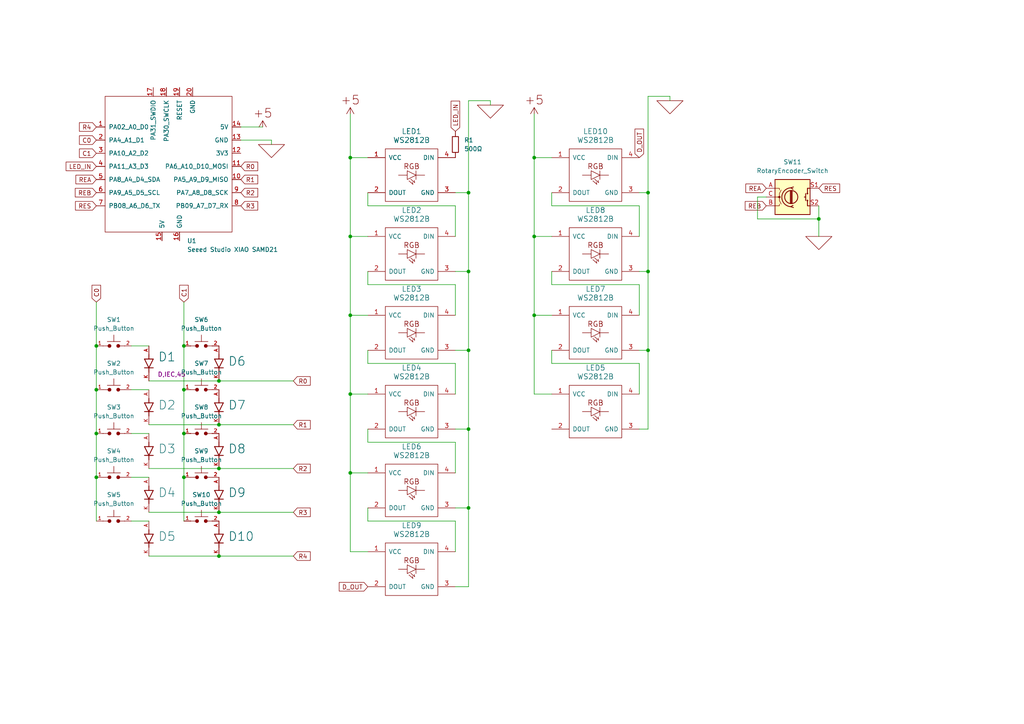
<source format=kicad_sch>
(kicad_sch (version 20231120) (generator "eeschema") (generator_version "8.0")
  (paper "A4")
  (lib_symbols
    (symbol "1N4148:1N4148" (pin_names (offset 1.016))
      (property "Reference" "D" (at -5.08 2.54 0))
      (property "Value" "1N4148" (at -5.08 -3.81 0))
      (symbol "1N4148_0_0"
        (polyline (pts (xy -2.54 0) (xy -1.27 0)) (stroke (width 0.254)))
        (polyline (pts (xy -1.27 -1.27) (xy 1.27 0)) (stroke (width 0.254)))
        (polyline (pts (xy -1.27 0) (xy -1.27 -1.27)) (stroke (width 0.254)))
        (polyline (pts (xy -1.27 1.27) (xy -1.27 0)) (stroke (width 0.254)))
        (polyline (pts (xy 1.27 0) (xy -1.27 1.27)) (stroke (width 0.254)))
        (polyline (pts (xy 1.27 0) (xy 1.27 -1.27)) (stroke (width 0.254)))
        (polyline (pts (xy 1.27 0) (xy 2.54 0)) (stroke (width 0.254)))
        (polyline (pts (xy 1.27 1.27) (xy 1.27 0)) (stroke (width 0.254)))
        (pin passive line (at -5.08 0 0) (length 2.54) (name "~") (number "A"))
        (pin passive line (at 5.08 0 180) (length 2.54) (name "~") (number "K"))
      )
    )
    (symbol "Device:RotaryEncoder_Switch" (pin_names (offset 0.254) hide)
      (property "Reference" "SW" (at 0 6.604 0))
      (property "Value" "RotaryEncoder_Switch" (at 0 -6.604 0))
      (symbol "RotaryEncoder_Switch_0_1"
        (rectangle (start -5.08 5.08) (end 5.08 -5.08) (stroke (width 0.254)) (fill (type background)))
        (circle (center -3.81 0) (radius 0.254) (fill (type outline)))
        (circle (center -0.381 0) (radius 1.905) (stroke (width 0.254)))
        (arc (start -0.381 2.667) (mid -3.0988 -0.0635) (end -0.381 -2.794) (stroke (width 0.254)))
        (polyline (pts (xy -0.635 -1.778) (xy -0.635 1.778)) (stroke (width 0.254)))
        (polyline (pts (xy -0.381 -1.778) (xy -0.381 1.778)) (stroke (width 0.254)))
        (polyline (pts (xy -0.127 1.778) (xy -0.127 -1.778)) (stroke (width 0.254)))
        (polyline (pts (xy 3.81 0) (xy 3.429 0)) (stroke (width 0.254)))
        (polyline (pts (xy 3.81 1.016) (xy 3.81 -1.016)) (stroke (width 0.254)))
        (polyline (pts (xy -5.08 -2.54) (xy -3.81 -2.54) (xy -3.81 -2.032)))
        (polyline (pts (xy -5.08 2.54) (xy -3.81 2.54) (xy -3.81 2.032)))
        (polyline (pts (xy 0.254 -3.048) (xy -0.508 -2.794) (xy 0.127 -2.413)) (stroke (width 0.254)))
        (polyline (pts (xy 0.254 2.921) (xy -0.508 2.667) (xy 0.127 2.286)) (stroke (width 0.254)))
        (polyline (pts (xy 5.08 -2.54) (xy 4.318 -2.54) (xy 4.318 -1.016)) (stroke (width 0.254)))
        (polyline (pts (xy 5.08 2.54) (xy 4.318 2.54) (xy 4.318 1.016)) (stroke (width 0.254)))
        (polyline (pts (xy -5.08 0) (xy -3.81 0) (xy -3.81 -1.016) (xy -3.302 -2.032)))
        (polyline (pts (xy -4.318 0) (xy -3.81 0) (xy -3.81 1.016) (xy -3.302 2.032)))
        (circle (center 4.318 -1.016) (radius 0.127) (stroke (width 0.254)))
        (circle (center 4.318 1.016) (radius 0.127) (stroke (width 0.254)))
      )
      (symbol "RotaryEncoder_Switch_1_1"
        (pin passive line (at -7.62 2.54 0) (length 2.54) (name "A") (number "A"))
        (pin passive line (at -7.62 -2.54 0) (length 2.54) (name "B") (number "B"))
        (pin passive line (at -7.62 0 0) (length 2.54) (name "C") (number "C"))
        (pin passive line (at 7.62 2.54 180) (length 2.54) (name "S1") (number "S1"))
        (pin passive line (at 7.62 -2.54 180) (length 2.54) (name "S2") (number "S2"))
      )
    )
    (symbol "PCM_Generic:P,+5" (power) (pin_numbers hide) (pin_names (offset 1.27) hide)
      (symbol "P,+5_1_1"
        (polyline (pts (xy 0 0) (xy 0 1.8288)))
        (polyline (pts (xy -1.0668 0) (xy 0 1.8288) (xy 1.0668 0)))
        (text "+5" (at 0 2.54 0) (effects (font (size 2.54 2.54)) (justify bottom)))
        (pin power_in line (at 0 0 0) (length 0) hide (name "+5") (number "0"))
      )
    )
    (symbol "PCM_Generic:P,GND" (power) (pin_numbers hide) (pin_names (offset 3.81))
      (symbol "P,GND_1_1"
        (polyline (pts (xy 0 -3.81) (xy 3.81 0) (xy -3.81 0) (xy 0 -3.81)))
        (pin power_in line (at 0 0 0) (length 0) hide (name "GND") (number "0"))
      )
    )
    (symbol "PCM_SL_Devices:Push_Button"
      (property "Reference" "SW" (at 0 6.35 0))
      (property "Value" "Push_Button" (at 0 4.445 0))
      (symbol "Push_Button_0_1"
        (circle (center -1.27 0) (radius 0.4579) (fill (type outline)))
        (polyline (pts (xy -3.175 0) (xy -1.778 0)))
        (polyline (pts (xy -1.905 1.27) (xy 1.905 1.27)))
        (polyline (pts (xy 0 1.27) (xy 0 3.175)))
        (polyline (pts (xy 1.778 0) (xy 3.175 0)))
        (circle (center 1.27 0) (radius 0.4579) (fill (type outline)))
      )
      (symbol "Push_Button_1_1"
        (pin passive line (at -5.08 0 0) (length 2) (name "") (number "1"))
        (pin passive line (at 5.08 0 180) (length 2) (name "") (number "2"))
      )
    )
    (symbol "PCM_SL_Resistors:Resistor"
      (property "Reference" "R" (at 0 5.08 0))
      (property "Value" "Resistor" (at 0 2.54 0))
      (symbol "Resistor_0_1"
        (rectangle (start -2.286 0.889) (end 2.286 -0.889) (stroke (width 0.24)))
      )
      (symbol "Resistor_1_1"
        (pin passive line (at -3.81 0 0) (length 1.5) (name "") (number "1"))
        (pin passive line (at 3.81 0 180) (length 1.5) (name "~") (number "2"))
      )
    )
    (symbol "Seeed_Studio_XIAO_Series:Seeed Studio XIAO SAMD21" (pin_names (offset 1.016))
      (property "Reference" "U" (at -19.05 22.86 0))
      (property "Value" "Seeed Studio XIAO SAMD21" (at -12.7 21.59 0))
      (symbol "Seeed Studio XIAO SAMD21_0_1"
        (rectangle (start -19.05 20.32) (end 17.78 -19.05))
      )
      (symbol "Seeed Studio XIAO SAMD21_1_1"
        (pin unspecified line (at -21.59 11.43 0) (length 2.54) (name "PA02_A0_D0") (number "1"))
        (pin unspecified line (at 20.32 -3.81 180) (length 2.54) (name "PA5_A9_D9_MISO") (number "10"))
        (pin unspecified line (at 20.32 0 180) (length 2.54) (name "PA6_A10_D10_MOSI") (number "11"))
        (pin unspecified line (at 20.32 3.81 180) (length 2.54) (name "3V3") (number "12"))
        (pin unspecified line (at 20.32 7.62 180) (length 2.54) (name "GND") (number "13"))
        (pin unspecified line (at 20.32 11.43 180) (length 2.54) (name "5V") (number "14"))
        (pin input line (at -2.54 -21.59 90) (length 2.54) (name "5V") (number "15"))
        (pin input line (at 2.54 -21.59 90) (length 2.54) (name "GND") (number "16"))
        (pin input line (at -5.08 22.86 270) (length 2.54) (name "PA31_SWDIO") (number "17"))
        (pin input line (at -1.27 22.86 270) (length 2.54) (name "PA30_SWCLK") (number "18"))
        (pin input line (at 2.54 22.86 270) (length 2.54) (name "RESET") (number "19"))
        (pin unspecified line (at -21.59 7.62 0) (length 2.54) (name "PA4_A1_D1") (number "2"))
        (pin input line (at 6.35 22.86 270) (length 2.54) (name "GND") (number "20"))
        (pin unspecified line (at -21.59 3.81 0) (length 2.54) (name "PA10_A2_D2") (number "3"))
        (pin unspecified line (at -21.59 0 0) (length 2.54) (name "PA11_A3_D3") (number "4"))
        (pin unspecified line (at -21.59 -3.81 0) (length 2.54) (name "PA8_A4_D4_SDA") (number "5"))
        (pin unspecified line (at -21.59 -7.62 0) (length 2.54) (name "PA9_A5_D5_SCL") (number "6"))
        (pin unspecified line (at -21.59 -11.43 0) (length 2.54) (name "PB08_A6_D6_TX") (number "7"))
        (pin unspecified line (at 20.32 -11.43 180) (length 2.54) (name "PB09_A7_D7_RX") (number "8"))
        (pin unspecified line (at 20.32 -7.62 180) (length 2.54) (name "PA7_A8_D8_SCK") (number "9"))
      )
    )
    (symbol "ws2812b:WS2812B" (pin_names (offset 1.016))
      (property "Reference" "LED" (at 0 -10.16 0))
      (property "Value" "WS2812B" (at 0 10.16 0))
      (symbol "WS2812B_0_0"
        (polyline (pts (xy -1.27 0) (xy -3.81 0)))
        (polyline (pts (xy -0.254 -1.143) (xy 0.889 -2.159)))
        (polyline (pts (xy 0.381 -2.667) (xy -0.762 -1.651)))
        (polyline (pts (xy 0.381 -2.667) (xy 0.254 -2.032)))
        (polyline (pts (xy 0.889 -2.159) (xy 0.762 -1.524)))
        (polyline (pts (xy 1.27 0) (xy 3.81 0)))
        (text "RGB" (at 0 2.54 0) (effects (font (size 1.524 1.524))))
      )
      (symbol "WS2812B_0_1"
        (rectangle (start -7.62 7.62) (end 7.62 -7.62))
        (polyline (pts (xy 1.27 0) (xy -1.27 1.27) (xy -1.27 -1.27) (xy 1.27 0) (xy 1.27 0)))
        (rectangle (start 1.27 1.27) (end 1.27 -1.27))
      )
      (symbol "WS2812B_1_1"
        (pin power_in line (at -12.7 5.08 0) (length 5.0038) (name "VCC") (number "1"))
        (pin output line (at -12.7 -5.08 0) (length 5.0038) (name "DOUT") (number "2"))
        (pin power_in line (at 12.7 -5.08 180) (length 5.0038) (name "GND") (number "3"))
        (pin input line (at 12.7 5.08 180) (length 5.0038) (name "DIN") (number "4"))
      )
    )
  )
  (junction (at 27.94 100.33))
  (junction (at 187.96 101.6))
  (junction (at 237.49 63.5))
  (junction (at 135.89 78.74))
  (junction (at 101.6 68.58))
  (junction (at 101.6 137.16))
  (junction (at 135.89 101.6))
  (junction (at 63.5 161.29))
  (junction (at 53.34 125.73))
  (junction (at 187.96 78.74))
  (junction (at 53.34 100.33))
  (junction (at 101.6 114.3))
  (junction (at 135.89 124.46))
  (junction (at 27.94 113.03))
  (junction (at 53.34 113.03))
  (junction (at 154.94 45.72))
  (junction (at 101.6 91.44))
  (junction (at 63.5 135.89))
  (junction (at 53.34 138.43))
  (junction (at 135.89 147.32))
  (junction (at 154.94 91.44))
  (junction (at 135.89 55.88))
  (junction (at 154.94 68.58))
  (junction (at 63.5 148.59))
  (junction (at 27.94 125.73))
  (junction (at 187.96 55.88))
  (junction (at 63.5 110.49))
  (junction (at 101.6 45.72))
  (junction (at 27.94 138.43))
  (junction (at 63.5 123.19))
  (wire (pts (xy 63.5 123.19) (xy 85.09 123.19)))
  (wire (pts (xy 135.89 78.74) (xy 135.89 101.6)))
  (wire (pts (xy 43.18 123.19) (xy 63.5 123.19)))
  (wire (pts (xy 154.94 91.44) (xy 160.02 91.44)))
  (wire (pts (xy 43.18 110.49) (xy 63.5 110.49)))
  (wire (pts (xy 101.6 91.44) (xy 101.6 114.3)))
  (wire (pts (xy 27.94 113.03) (xy 27.94 125.73)))
  (wire (pts (xy 43.18 148.59) (xy 63.5 148.59)))
  (wire (pts (xy 53.34 113.03) (xy 53.34 125.73)))
  (wire (pts (xy 135.89 170.18) (xy 132.08 170.18)))
  (wire (pts (xy 27.94 125.73) (xy 27.94 138.43)))
  (wire (pts (xy 135.89 124.46) (xy 135.89 147.32)))
  (wire (pts (xy 106.68 78.74) (xy 106.68 82.55)))
  (wire (pts (xy 132.08 101.6) (xy 135.89 101.6)))
  (wire (pts (xy 219.71 63.5) (xy 237.49 63.5)))
  (wire (pts (xy 187.96 27.94) (xy 187.96 55.88)))
  (wire (pts (xy 69.85 36.83) (xy 76.2 36.83)))
  (wire (pts (xy 63.5 135.89) (xy 85.09 135.89)))
  (wire (pts (xy 53.34 100.33) (xy 53.34 113.03)))
  (wire (pts (xy 53.34 125.73) (xy 53.34 138.43)))
  (wire (pts (xy 142.24 30.48) (xy 142.24 29.21)))
  (wire (pts (xy 154.94 33.02) (xy 154.94 45.72)))
  (wire (pts (xy 185.42 55.88) (xy 187.96 55.88)))
  (wire (pts (xy 106.68 147.32) (xy 106.68 151.13)))
  (wire (pts (xy 135.89 147.32) (xy 135.89 170.18)))
  (wire (pts (xy 160.02 82.55) (xy 185.42 82.55)))
  (wire (pts (xy 106.68 151.13) (xy 132.08 151.13)))
  (wire (pts (xy 27.94 138.43) (xy 27.94 151.13)))
  (wire (pts (xy 237.49 63.5) (xy 237.49 68.58)))
  (wire (pts (xy 27.94 100.33) (xy 27.94 113.03)))
  (wire (pts (xy 185.42 78.74) (xy 187.96 78.74)))
  (wire (pts (xy 106.68 59.69) (xy 132.08 59.69)))
  (wire (pts (xy 101.6 45.72) (xy 101.6 68.58)))
  (wire (pts (xy 101.6 91.44) (xy 106.68 91.44)))
  (wire (pts (xy 38.1 151.13) (xy 43.18 151.13)))
  (wire (pts (xy 154.94 68.58) (xy 160.02 68.58)))
  (wire (pts (xy 160.02 101.6) (xy 160.02 105.41)))
  (wire (pts (xy 185.42 59.69) (xy 185.42 68.58)))
  (wire (pts (xy 53.34 138.43) (xy 53.34 151.13)))
  (wire (pts (xy 135.89 55.88) (xy 132.08 55.88)))
  (wire (pts (xy 132.08 82.55) (xy 132.08 91.44)))
  (wire (pts (xy 194.31 29.21) (xy 194.31 27.94)))
  (wire (pts (xy 187.96 124.46) (xy 185.42 124.46)))
  (wire (pts (xy 101.6 114.3) (xy 106.68 114.3)))
  (wire (pts (xy 78.74 40.64) (xy 78.74 41.91)))
  (wire (pts (xy 187.96 55.88) (xy 187.96 78.74)))
  (wire (pts (xy 101.6 68.58) (xy 106.68 68.58)))
  (wire (pts (xy 219.71 57.15) (xy 219.71 63.5)))
  (wire (pts (xy 106.68 105.41) (xy 132.08 105.41)))
  (wire (pts (xy 185.42 82.55) (xy 185.42 91.44)))
  (wire (pts (xy 132.08 105.41) (xy 132.08 114.3)))
  (wire (pts (xy 135.89 29.21) (xy 135.89 55.88)))
  (wire (pts (xy 63.5 110.49) (xy 85.09 110.49)))
  (wire (pts (xy 101.6 137.16) (xy 101.6 160.02)))
  (wire (pts (xy 38.1 138.43) (xy 43.18 138.43)))
  (wire (pts (xy 187.96 78.74) (xy 187.96 101.6)))
  (wire (pts (xy 132.08 124.46) (xy 135.89 124.46)))
  (wire (pts (xy 101.6 160.02) (xy 106.68 160.02)))
  (wire (pts (xy 63.5 148.59) (xy 85.09 148.59)))
  (wire (pts (xy 38.1 113.03) (xy 43.18 113.03)))
  (wire (pts (xy 69.85 40.64) (xy 78.74 40.64)))
  (wire (pts (xy 194.31 27.94) (xy 187.96 27.94)))
  (wire (pts (xy 27.94 87.63) (xy 27.94 100.33)))
  (wire (pts (xy 187.96 101.6) (xy 187.96 124.46)))
  (wire (pts (xy 106.68 101.6) (xy 106.68 105.41)))
  (wire (pts (xy 154.94 91.44) (xy 154.94 114.3)))
  (wire (pts (xy 38.1 100.33) (xy 43.18 100.33)))
  (wire (pts (xy 106.68 128.27) (xy 132.08 128.27)))
  (wire (pts (xy 101.6 114.3) (xy 101.6 137.16)))
  (wire (pts (xy 101.6 33.02) (xy 101.6 45.72)))
  (wire (pts (xy 132.08 128.27) (xy 132.08 137.16)))
  (wire (pts (xy 63.5 161.29) (xy 85.09 161.29)))
  (wire (pts (xy 101.6 45.72) (xy 106.68 45.72)))
  (wire (pts (xy 132.08 59.69) (xy 132.08 68.58)))
  (wire (pts (xy 132.08 147.32) (xy 135.89 147.32)))
  (wire (pts (xy 237.49 59.69) (xy 237.49 63.5)))
  (wire (pts (xy 135.89 101.6) (xy 135.89 124.46)))
  (wire (pts (xy 132.08 151.13) (xy 132.08 160.02)))
  (wire (pts (xy 160.02 55.88) (xy 160.02 59.69)))
  (wire (pts (xy 160.02 78.74) (xy 160.02 82.55)))
  (wire (pts (xy 185.42 105.41) (xy 185.42 114.3)))
  (wire (pts (xy 135.89 29.21) (xy 142.24 29.21)))
  (wire (pts (xy 106.68 55.88) (xy 106.68 59.69)))
  (wire (pts (xy 222.25 57.15) (xy 219.71 57.15)))
  (wire (pts (xy 38.1 125.73) (xy 43.18 125.73)))
  (wire (pts (xy 101.6 68.58) (xy 101.6 91.44)))
  (wire (pts (xy 160.02 45.72) (xy 154.94 45.72)))
  (wire (pts (xy 43.18 135.89) (xy 63.5 135.89)))
  (wire (pts (xy 53.34 87.63) (xy 53.34 100.33)))
  (wire (pts (xy 43.18 161.29) (xy 63.5 161.29)))
  (wire (pts (xy 154.94 68.58) (xy 154.94 91.44)))
  (wire (pts (xy 106.68 124.46) (xy 106.68 128.27)))
  (wire (pts (xy 185.42 101.6) (xy 187.96 101.6)))
  (wire (pts (xy 106.68 82.55) (xy 132.08 82.55)))
  (wire (pts (xy 160.02 105.41) (xy 185.42 105.41)))
  (wire (pts (xy 101.6 137.16) (xy 106.68 137.16)))
  (wire (pts (xy 154.94 114.3) (xy 160.02 114.3)))
  (wire (pts (xy 135.89 55.88) (xy 135.89 78.74)))
  (wire (pts (xy 132.08 78.74) (xy 135.89 78.74)))
  (wire (pts (xy 154.94 45.72) (xy 154.94 68.58)))
  (wire (pts (xy 160.02 59.69) (xy 185.42 59.69)))
  (global_label "LED_IN" (shape input) (at 27.94 48.26 180) (property "Intersheetrefs" "${INTERSHEET_REFS}" (effects (hide yes))))
  (global_label "C1" (shape input) (at 53.34 87.63 90) (property "Intersheetrefs" "${INTERSHEET_REFS}" (effects (hide yes))))
  (global_label "D_OUT" (shape input) (at 106.68 170.18 180) (property "Intersheetrefs" "${INTERSHEET_REFS}" (effects (hide yes))))
  (global_label "R2" (shape input) (at 69.85 55.88 0) (property "Intersheetrefs" "${INTERSHEET_REFS}" (effects (hide yes))))
  (global_label "D_OUT" (shape input) (at 185.42 45.72 90) (property "Intersheetrefs" "${INTERSHEET_REFS}" (effects (hide yes))))
  (global_label "RES" (shape input) (at 27.94 59.69 180) (property "Intersheetrefs" "${INTERSHEET_REFS}" (effects (hide yes))))
  (global_label "R2" (shape input) (at 85.09 135.89 0) (property "Intersheetrefs" "${INTERSHEET_REFS}" (effects (hide yes))))
  (global_label "R1" (shape input) (at 69.85 52.07 0) (property "Intersheetrefs" "${INTERSHEET_REFS}" (effects (hide yes))))
  (global_label "C1" (shape input) (at 27.94 44.45 180) (property "Intersheetrefs" "${INTERSHEET_REFS}" (effects (hide yes))))
  (global_label "R3" (shape input) (at 69.85 59.69 0) (property "Intersheetrefs" "${INTERSHEET_REFS}" (effects (hide yes))))
  (global_label "R0" (shape input) (at 69.85 48.26 0) (property "Intersheetrefs" "${INTERSHEET_REFS}" (effects (hide yes))))
  (global_label "R1" (shape input) (at 85.09 123.19 0) (property "Intersheetrefs" "${INTERSHEET_REFS}" (effects (hide yes))))
  (global_label "R0" (shape input) (at 85.09 110.49 0) (property "Intersheetrefs" "${INTERSHEET_REFS}" (effects (hide yes))))
  (global_label "REA" (shape input) (at 27.94 52.07 180) (property "Intersheetrefs" "${INTERSHEET_REFS}" (effects (hide yes))))
  (global_label "R3" (shape input) (at 85.09 148.59 0) (property "Intersheetrefs" "${INTERSHEET_REFS}" (effects (hide yes))))
  (global_label "REB" (shape input) (at 222.25 59.69 180) (property "Intersheetrefs" "${INTERSHEET_REFS}" (effects (hide yes))))
  (global_label "RES" (shape input) (at 237.49 54.61 0) (property "Intersheetrefs" "${INTERSHEET_REFS}" (effects (hide yes))))
  (global_label "LED_IN" (shape input) (at 132.08 38.1 90) (property "Intersheetrefs" "${INTERSHEET_REFS}" (effects (hide yes))))
  (global_label "REA" (shape input) (at 222.25 54.61 180) (property "Intersheetrefs" "${INTERSHEET_REFS}" (effects (hide yes))))
  (global_label "C0" (shape input) (at 27.94 40.64 180) (property "Intersheetrefs" "${INTERSHEET_REFS}" (effects (hide yes))))
  (global_label "R4" (shape input) (at 27.94 36.83 180) (property "Intersheetrefs" "${INTERSHEET_REFS}" (effects (hide yes))))
  (global_label "C0" (shape input) (at 27.94 87.63 90) (property "Intersheetrefs" "${INTERSHEET_REFS}" (effects (hide yes))))
  (global_label "REB" (shape input) (at 27.94 55.88 180) (property "Intersheetrefs" "${INTERSHEET_REFS}" (effects (hide yes))))
  (global_label "R4" (shape input) (at 85.09 161.29 0) (property "Intersheetrefs" "${INTERSHEET_REFS}" (effects (hide yes))))
  (symbol (lib_id "PCM_Generic:P,GND") (at 142.24 30.48 0) (unit 1)
    (property "Reference" "#PWR04" (effects (hide yes)))
    (property "Value" "P,GND" (effects (hide yes)))
    (property "Description" "compatibility ground/earth; protective (equipotential) bonding (PB); equipotentiality" (effects (hide yes)))
  )
  (symbol (lib_id "1N4148:1N4148") (at 63.5 156.21 270) (unit 1)
    (property "Reference" "D10" (at 66.04 155.5749 90) (effects (font (size 2.54 2.54)) (justify left)))
    (property "Value" "${SIM.PARAMS}" (at 66.04 158.7499 90) (effects (font (size 2.54 2.54)) (justify left)))
    (property "Footprint" "diode:DIODE-1N4148" (effects (hide yes)))
    (property "Description" "semiconductor diode (IEC, rotated 45°)" (effects (hide yes)))
    (property "Field-1" "SPICE" (effects (hide yes)))
    (property "MF" "onsemi" (effects (hide yes)))
    (property "MAXIMUM_PACKAGE_HEIGHT" "1.91mm" (effects (hide yes)))
    (property "Package" "AXIAL LEAD-2 ON Semiconductor" (effects (hide yes)))
    (property "Price" "None" (effects (hide yes)))
    (property "Check_prices" "https://www.snapeda.com/parts/1N4148/Onsemi/view-part/?ref=eda" (effects (hide yes)))
    (property "STANDARD" "IPC-7351B" (effects (hide yes)))
    (property "PARTREV" "5" (effects (hide yes)))
    (property "SnapEDA_Link" "https://www.snapeda.com/parts/1N4148/Onsemi/view-part/?ref=snap" (effects (hide yes)))
    (property "MP" "1N4148" (effects (hide yes)))
    (property "Purchase-URL" "https://www.snapeda.com/api/url_track_click_mouser/?unipart_id=6591148&manufacturer=onsemi&part_name=1N4148&search_term=None" (effects (hide yes)))
    (property "Description_1" "\nDiode Standard 75V 200mA Surface Mount SOD-523F\n" (effects (hide yes)))
    (property "Availability" "In Stock" (effects (hide yes)))
    (property "MANUFACTURER" "Onsemi" (effects (hide yes)))
  )
  (symbol (lib_id "ws2812b:WS2812B") (at 172.72 119.38 0) (unit 1)
    (property "Reference" "LED5" (at 172.72 106.68 0) (effects (font (size 1.524 1.524))))
    (property "Value" "WS2812B" (at 172.72 109.22 0) (effects (font (size 1.524 1.524))))
    (property "Footprint" "SK6812-E:LED_SK6812-E" (effects (hide yes)))
    (property "Description" "RGB LED with integrated controller" (effects (hide yes)))
  )
  (symbol (lib_id "1N4148:1N4148") (at 43.18 156.21 270) (unit 1)
    (property "Reference" "D5" (at 45.72 155.5749 90) (effects (font (size 2.54 2.54)) (justify left)))
    (property "Value" "${SIM.PARAMS}" (at 45.72 158.7499 90) (effects (font (size 2.54 2.54)) (justify left)))
    (property "Footprint" "diode:DIODE-1N4148" (effects (hide yes)))
    (property "Description" "semiconductor diode (IEC, rotated 45°)" (effects (hide yes)))
    (property "Field-1" "SPICE" (effects (hide yes)))
    (property "MF" "onsemi" (effects (hide yes)))
    (property "MAXIMUM_PACKAGE_HEIGHT" "1.91mm" (effects (hide yes)))
    (property "Package" "AXIAL LEAD-2 ON Semiconductor" (effects (hide yes)))
    (property "Price" "None" (effects (hide yes)))
    (property "Check_prices" "https://www.snapeda.com/parts/1N4148/Onsemi/view-part/?ref=eda" (effects (hide yes)))
    (property "STANDARD" "IPC-7351B" (effects (hide yes)))
    (property "PARTREV" "5" (effects (hide yes)))
    (property "SnapEDA_Link" "https://www.snapeda.com/parts/1N4148/Onsemi/view-part/?ref=snap" (effects (hide yes)))
    (property "MP" "1N4148" (effects (hide yes)))
    (property "Purchase-URL" "https://www.snapeda.com/api/url_track_click_mouser/?unipart_id=6591148&manufacturer=onsemi&part_name=1N4148&search_term=None" (effects (hide yes)))
    (property "Description_1" "\nDiode Standard 75V 200mA Surface Mount SOD-523F\n" (effects (hide yes)))
    (property "Availability" "In Stock" (effects (hide yes)))
    (property "MANUFACTURER" "Onsemi" (effects (hide yes)))
  )
  (symbol (lib_id "PCM_Generic:P,GND") (at 194.31 29.21 0) (unit 1)
    (property "Reference" "#PWR05" (effects (hide yes)))
    (property "Value" "P,GND" (effects (hide yes)))
    (property "Description" "compatibility ground/earth; protective (equipotential) bonding (PB); equipotentiality" (effects (hide yes)))
  )
  (symbol (lib_id "ws2812b:WS2812B") (at 119.38 165.1 0) (unit 1)
    (property "Reference" "LED9" (at 119.38 152.4 0) (effects (font (size 1.524 1.524))))
    (property "Value" "WS2812B" (at 119.38 154.94 0) (effects (font (size 1.524 1.524))))
    (property "Footprint" "SK6812-E:LED_SK6812-E" (effects (hide yes)))
    (property "Description" "RGB LED with integrated controller" (effects (hide yes)))
  )
  (symbol (lib_id "PCM_Generic:P,GND") (at 78.74 41.91 0) (unit 1)
    (property "Reference" "#PWR01" (effects (hide yes)))
    (property "Value" "P,GND" (effects (hide yes)))
    (property "Description" "compatibility ground/earth; protective (equipotential) bonding (PB); equipotentiality" (effects (hide yes)))
  )
  (symbol (lib_id "Device:RotaryEncoder_Switch") (at 229.87 57.15 0) (unit 1)
    (property "Reference" "SW11" (at 229.87 46.99 0))
    (property "Value" "RotaryEncoder_Switch" (at 229.87 49.53 0))
    (property "Footprint" "Rotary_Encoder:RotaryEncoder_Alps_EC11E-Switch_Vertical_H20mm" (effects (hide yes)))
    (property "Description" "Rotary encoder, dual channel, incremental quadrate outputs, with switch" (effects (hide yes)))
  )
  (symbol (lib_id "1N4148:1N4148") (at 43.18 118.11 270) (unit 1)
    (property "Reference" "D2" (at 45.72 117.4749 90) (effects (font (size 2.54 2.54)) (justify left)))
    (property "Value" "${SIM.PARAMS}" (at 45.72 120.6499 90) (effects (font (size 2.54 2.54)) (justify left)))
    (property "Footprint" "diode:DIODE-1N4148" (effects (hide yes)))
    (property "Description" "semiconductor diode (IEC, rotated 45°)" (effects (hide yes)))
    (property "Field-1" "SPICE" (effects (hide yes)))
    (property "MF" "onsemi" (effects (hide yes)))
    (property "MAXIMUM_PACKAGE_HEIGHT" "1.91mm" (effects (hide yes)))
    (property "Package" "AXIAL LEAD-2 ON Semiconductor" (effects (hide yes)))
    (property "Price" "None" (effects (hide yes)))
    (property "Check_prices" "https://www.snapeda.com/parts/1N4148/Onsemi/view-part/?ref=eda" (effects (hide yes)))
    (property "STANDARD" "IPC-7351B" (effects (hide yes)))
    (property "PARTREV" "5" (effects (hide yes)))
    (property "SnapEDA_Link" "https://www.snapeda.com/parts/1N4148/Onsemi/view-part/?ref=snap" (effects (hide yes)))
    (property "MP" "1N4148" (effects (hide yes)))
    (property "Purchase-URL" "https://www.snapeda.com/api/url_track_click_mouser/?unipart_id=6591148&manufacturer=onsemi&part_name=1N4148&search_term=None" (effects (hide yes)))
    (property "Description_1" "\nDiode Standard 75V 200mA Surface Mount SOD-523F\n" (effects (hide yes)))
    (property "Availability" "In Stock" (effects (hide yes)))
    (property "MANUFACTURER" "Onsemi" (effects (hide yes)))
  )
  (symbol (lib_id "PCM_Generic:P,+5") (at 101.6 33.02 0) (unit 1)
    (property "Reference" "#PWR03" (effects (hide yes)))
    (property "Value" "P,+5" (effects (hide yes)))
    (property "Description" "+5 positive potential/voltage (global DC power supply node)" (effects (hide yes)))
  )
  (symbol (lib_id "PCM_SL_Resistors:Resistor") (at 132.08 41.91 270) (unit 1)
    (property "Reference" "R1" (at 134.62 40.6399 90) (effects (justify left)))
    (property "Value" "500Ω" (at 134.62 43.1799 90) (effects (justify left)))
    (property "Footprint" "Resistor_THT:R_Axial_DIN0207_L6.3mm_D2.5mm_P10.16mm_Horizontal" (effects (hide yes)))
    (property "Description" "1/4W Resistor" (effects (hide yes)))
  )
  (symbol (lib_id "1N4148:1N4148") (at 63.5 143.51 270) (unit 1)
    (property "Reference" "D9" (at 66.04 142.8749 90) (effects (font (size 2.54 2.54)) (justify left)))
    (property "Value" "${SIM.PARAMS}" (at 66.04 146.0499 90) (effects (font (size 2.54 2.54)) (justify left)))
    (property "Footprint" "diode:DIODE-1N4148" (effects (hide yes)))
    (property "Description" "semiconductor diode (IEC, rotated 45°)" (effects (hide yes)))
    (property "Field-1" "SPICE" (effects (hide yes)))
    (property "MF" "onsemi" (effects (hide yes)))
    (property "MAXIMUM_PACKAGE_HEIGHT" "1.91mm" (effects (hide yes)))
    (property "Package" "AXIAL LEAD-2 ON Semiconductor" (effects (hide yes)))
    (property "Price" "None" (effects (hide yes)))
    (property "Check_prices" "https://www.snapeda.com/parts/1N4148/Onsemi/view-part/?ref=eda" (effects (hide yes)))
    (property "STANDARD" "IPC-7351B" (effects (hide yes)))
    (property "PARTREV" "5" (effects (hide yes)))
    (property "SnapEDA_Link" "https://www.snapeda.com/parts/1N4148/Onsemi/view-part/?ref=snap" (effects (hide yes)))
    (property "MP" "1N4148" (effects (hide yes)))
    (property "Purchase-URL" "https://www.snapeda.com/api/url_track_click_mouser/?unipart_id=6591148&manufacturer=onsemi&part_name=1N4148&search_term=None" (effects (hide yes)))
    (property "Description_1" "\nDiode Standard 75V 200mA Surface Mount SOD-523F\n" (effects (hide yes)))
    (property "Availability" "In Stock" (effects (hide yes)))
    (property "MANUFACTURER" "Onsemi" (effects (hide yes)))
  )
  (symbol (lib_id "PCM_SL_Devices:Push_Button") (at 33.02 125.73 0) (unit 1)
    (property "Reference" "SW3" (at 33.02 118.11 0))
    (property "Value" "Push_Button" (at 33.02 120.65 0))
    (property "Footprint" "PCM_Switch_Keyboard_Cherry_MX:SW_Cherry_MX_PCB_1.00u" (effects (hide yes)))
    (property "Description" "Common 6mmx6mm Push Button" (effects (hide yes)))
  )
  (symbol (lib_id "PCM_SL_Devices:Push_Button") (at 58.42 100.33 0) (unit 1)
    (property "Reference" "SW6" (at 58.42 92.71 0))
    (property "Value" "Push_Button" (at 58.42 95.25 0))
    (property "Footprint" "PCM_Switch_Keyboard_Cherry_MX:SW_Cherry_MX_PCB_1.00u" (effects (hide yes)))
    (property "Description" "Common 6mmx6mm Push Button" (effects (hide yes)))
  )
  (symbol (lib_id "Seeed_Studio_XIAO_Series:Seeed Studio XIAO SAMD21") (at 49.53 48.26 0) (unit 1)
    (property "Reference" "U1" (at 54.2641 69.85 0) (effects (justify left)))
    (property "Value" "Seeed Studio XIAO SAMD21" (at 54.2641 72.39 0) (effects (justify left)))
    (property "Footprint" "Seeed Studio XIAO Series Library:XIAO-Generic-Thruhole-14P-2.54-21X17.8MM" (effects (hide yes)))
  )
  (symbol (lib_id "1N4148:1N4148") (at 63.5 118.11 270) (unit 1)
    (property "Reference" "D7" (at 66.04 117.4749 90) (effects (font (size 2.54 2.54)) (justify left)))
    (property "Value" "${SIM.PARAMS}" (at 66.04 120.6499 90) (effects (font (size 2.54 2.54)) (justify left)))
    (property "Footprint" "diode:DIODE-1N4148" (effects (hide yes)))
    (property "Description" "semiconductor diode (IEC, rotated 45°)" (effects (hide yes)))
    (property "Field-1" "SPICE" (effects (hide yes)))
    (property "MF" "onsemi" (effects (hide yes)))
    (property "MAXIMUM_PACKAGE_HEIGHT" "1.91mm" (effects (hide yes)))
    (property "Package" "AXIAL LEAD-2 ON Semiconductor" (effects (hide yes)))
    (property "Price" "None" (effects (hide yes)))
    (property "Check_prices" "https://www.snapeda.com/parts/1N4148/Onsemi/view-part/?ref=eda" (effects (hide yes)))
    (property "STANDARD" "IPC-7351B" (effects (hide yes)))
    (property "PARTREV" "5" (effects (hide yes)))
    (property "SnapEDA_Link" "https://www.snapeda.com/parts/1N4148/Onsemi/view-part/?ref=snap" (effects (hide yes)))
    (property "MP" "1N4148" (effects (hide yes)))
    (property "Purchase-URL" "https://www.snapeda.com/api/url_track_click_mouser/?unipart_id=6591148&manufacturer=onsemi&part_name=1N4148&search_term=None" (effects (hide yes)))
    (property "Description_1" "\nDiode Standard 75V 200mA Surface Mount SOD-523F\n" (effects (hide yes)))
    (property "Availability" "In Stock" (effects (hide yes)))
    (property "MANUFACTURER" "Onsemi" (effects (hide yes)))
  )
  (symbol (lib_id "PCM_Generic:P,GND") (at 237.49 68.58 0) (unit 1)
    (property "Reference" "#PWR07" (effects (hide yes)))
    (property "Value" "P,GND" (effects (hide yes)))
    (property "Description" "compatibility ground/earth; protective (equipotential) bonding (PB); equipotentiality" (effects (hide yes)))
  )
  (symbol (lib_id "PCM_SL_Devices:Push_Button") (at 33.02 138.43 0) (unit 1)
    (property "Reference" "SW4" (at 33.02 130.81 0))
    (property "Value" "Push_Button" (at 33.02 133.35 0))
    (property "Footprint" "PCM_Switch_Keyboard_Cherry_MX:SW_Cherry_MX_PCB_1.00u" (effects (hide yes)))
    (property "Description" "Common 6mmx6mm Push Button" (effects (hide yes)))
  )
  (symbol (lib_id "PCM_SL_Devices:Push_Button") (at 58.42 125.73 0) (unit 1)
    (property "Reference" "SW8" (at 58.42 118.11 0))
    (property "Value" "Push_Button" (at 58.42 120.65 0))
    (property "Footprint" "PCM_Switch_Keyboard_Cherry_MX:SW_Cherry_MX_PCB_1.00u" (effects (hide yes)))
    (property "Description" "Common 6mmx6mm Push Button" (effects (hide yes)))
  )
  (symbol (lib_id "PCM_SL_Devices:Push_Button") (at 33.02 100.33 0) (unit 1)
    (property "Reference" "SW1" (at 33.02 92.71 0))
    (property "Value" "Push_Button" (at 33.02 95.25 0))
    (property "Footprint" "PCM_Switch_Keyboard_Cherry_MX:SW_Cherry_MX_PCB_1.00u" (effects (hide yes)))
    (property "Description" "Common 6mmx6mm Push Button" (effects (hide yes)))
  )
  (symbol (lib_id "PCM_Generic:P,+5") (at 154.94 33.02 0) (unit 1)
    (property "Reference" "#PWR06" (effects (hide yes)))
    (property "Value" "P,+5" (effects (hide yes)))
    (property "Description" "+5 positive potential/voltage (global DC power supply node)" (effects (hide yes)))
  )
  (symbol (lib_id "ws2812b:WS2812B") (at 119.38 96.52 0) (unit 1)
    (property "Reference" "LED3" (at 119.38 83.82 0) (effects (font (size 1.524 1.524))))
    (property "Value" "WS2812B" (at 119.38 86.36 0) (effects (font (size 1.524 1.524))))
    (property "Footprint" "SK6812-E:LED_SK6812-E" (effects (hide yes)))
    (property "Description" "RGB LED with integrated controller" (effects (hide yes)))
  )
  (symbol (lib_id "PCM_SL_Devices:Push_Button") (at 58.42 113.03 0) (unit 1)
    (property "Reference" "SW7" (at 58.42 105.41 0))
    (property "Value" "Push_Button" (at 58.42 107.95 0))
    (property "Footprint" "PCM_Switch_Keyboard_Cherry_MX:SW_Cherry_MX_PCB_1.00u" (effects (hide yes)))
    (property "Description" "Common 6mmx6mm Push Button" (effects (hide yes)))
  )
  (symbol (lib_id "PCM_SL_Devices:Push_Button") (at 33.02 113.03 0) (unit 1)
    (property "Reference" "SW2" (at 33.02 105.41 0))
    (property "Value" "Push_Button" (at 33.02 107.95 0))
    (property "Footprint" "PCM_Switch_Keyboard_Cherry_MX:SW_Cherry_MX_PCB_1.00u" (effects (hide yes)))
    (property "Description" "Common 6mmx6mm Push Button" (effects (hide yes)))
  )
  (symbol (lib_id "1N4148:1N4148") (at 43.18 143.51 270) (unit 1)
    (property "Reference" "D4" (at 45.72 142.8749 90) (effects (font (size 2.54 2.54)) (justify left)))
    (property "Value" "${SIM.PARAMS}" (at 45.72 146.0499 90) (effects (font (size 2.54 2.54)) (justify left)))
    (property "Footprint" "diode:DIODE-1N4148" (effects (hide yes)))
    (property "Description" "semiconductor diode (IEC, rotated 45°)" (effects (hide yes)))
    (property "Field-1" "SPICE" (effects (hide yes)))
    (property "MF" "onsemi" (effects (hide yes)))
    (property "MAXIMUM_PACKAGE_HEIGHT" "1.91mm" (effects (hide yes)))
    (property "Package" "AXIAL LEAD-2 ON Semiconductor" (effects (hide yes)))
    (property "Price" "None" (effects (hide yes)))
    (property "Check_prices" "https://www.snapeda.com/parts/1N4148/Onsemi/view-part/?ref=eda" (effects (hide yes)))
    (property "STANDARD" "IPC-7351B" (effects (hide yes)))
    (property "PARTREV" "5" (effects (hide yes)))
    (property "SnapEDA_Link" "https://www.snapeda.com/parts/1N4148/Onsemi/view-part/?ref=snap" (effects (hide yes)))
    (property "MP" "1N4148" (effects (hide yes)))
    (property "Purchase-URL" "https://www.snapeda.com/api/url_track_click_mouser/?unipart_id=6591148&manufacturer=onsemi&part_name=1N4148&search_term=None" (effects (hide yes)))
    (property "Description_1" "\nDiode Standard 75V 200mA Surface Mount SOD-523F\n" (effects (hide yes)))
    (property "Availability" "In Stock" (effects (hide yes)))
    (property "MANUFACTURER" "Onsemi" (effects (hide yes)))
  )
  (symbol (lib_id "ws2812b:WS2812B") (at 119.38 142.24 0) (unit 1)
    (property "Reference" "LED6" (at 119.38 129.54 0) (effects (font (size 1.524 1.524))))
    (property "Value" "WS2812B" (at 119.38 132.08 0) (effects (font (size 1.524 1.524))))
    (property "Footprint" "SK6812-E:LED_SK6812-E" (effects (hide yes)))
    (property "Description" "RGB LED with integrated controller" (effects (hide yes)))
  )
  (symbol (lib_id "PCM_SL_Devices:Push_Button") (at 33.02 151.13 0) (unit 1)
    (property "Reference" "SW5" (at 33.02 143.51 0))
    (property "Value" "Push_Button" (at 33.02 146.05 0))
    (property "Footprint" "PCM_Switch_Keyboard_Cherry_MX:SW_Cherry_MX_PCB_1.00u" (effects (hide yes)))
    (property "Description" "Common 6mmx6mm Push Button" (effects (hide yes)))
  )
  (symbol (lib_id "PCM_SL_Devices:Push_Button") (at 58.42 138.43 0) (unit 1)
    (property "Reference" "SW9" (at 58.42 130.81 0))
    (property "Value" "Push_Button" (at 58.42 133.35 0))
    (property "Footprint" "PCM_Switch_Keyboard_Cherry_MX:SW_Cherry_MX_PCB_1.00u" (effects (hide yes)))
    (property "Description" "Common 6mmx6mm Push Button" (effects (hide yes)))
  )
  (symbol (lib_id "1N4148:1N4148") (at 43.18 105.41 270) (unit 1)
    (property "Reference" "D1" (at 45.72 103.5049 90) (effects (font (size 2.54 2.54)) (justify left)))
    (property "Value" "${SIM.PARAMS}" (at 45.72 106.6799 90) (effects (font (size 2.54 2.54)) (justify left)))
    (property "Footprint" "diode:DIODE-1N4148" (effects (hide yes)))
    (property "Description" "semiconductor diode (IEC, rotated 45°)" (effects (hide yes)))
    (property "Field-1" "2=1 1=2" (effects (hide yes)))
    (property "Field-1" "2=1 1=2" (effects (hide yes)))
    (property "Field-1" "D,IEC,45" (at 45.72 108.5849 90) (effects (justify left)))
    (property "Field-1" "SPICE" (effects (hide yes)))
    (property "MF" "onsemi" (effects (hide yes)))
    (property "MAXIMUM_PACKAGE_HEIGHT" "1.91mm" (effects (hide yes)))
    (property "Package" "AXIAL LEAD-2 ON Semiconductor" (effects (hide yes)))
    (property "Price" "None" (effects (hide yes)))
    (property "Check_prices" "https://www.snapeda.com/parts/1N4148/Onsemi/view-part/?ref=eda" (effects (hide yes)))
    (property "STANDARD" "IPC-7351B" (effects (hide yes)))
    (property "PARTREV" "5" (effects (hide yes)))
    (property "SnapEDA_Link" "https://www.snapeda.com/parts/1N4148/Onsemi/view-part/?ref=snap" (effects (hide yes)))
    (property "MP" "1N4148" (effects (hide yes)))
    (property "Purchase-URL" "https://www.snapeda.com/api/url_track_click_mouser/?unipart_id=6591148&manufacturer=onsemi&part_name=1N4148&search_term=None" (effects (hide yes)))
    (property "Description_1" "\nDiode Standard 75V 200mA Surface Mount SOD-523F\n" (effects (hide yes)))
    (property "Availability" "In Stock" (effects (hide yes)))
    (property "MANUFACTURER" "Onsemi" (effects (hide yes)))
  )
  (symbol (lib_id "1N4148:1N4148") (at 63.5 105.41 270) (unit 1)
    (property "Reference" "D6" (at 66.04 104.7749 90) (effects (font (size 2.54 2.54)) (justify left)))
    (property "Value" "${SIM.PARAMS}" (at 66.04 107.9499 90) (effects (font (size 2.54 2.54)) (justify left)))
    (property "Footprint" "diode:DIODE-1N4148" (effects (hide yes)))
    (property "Description" "semiconductor diode (IEC, rotated 45°)" (effects (hide yes)))
    (property "Field-1" "SPICE" (effects (hide yes)))
    (property "MF" "onsemi" (effects (hide yes)))
    (property "MAXIMUM_PACKAGE_HEIGHT" "1.91mm" (effects (hide yes)))
    (property "Package" "AXIAL LEAD-2 ON Semiconductor" (effects (hide yes)))
    (property "Price" "None" (effects (hide yes)))
    (property "Check_prices" "https://www.snapeda.com/parts/1N4148/Onsemi/view-part/?ref=eda" (effects (hide yes)))
    (property "STANDARD" "IPC-7351B" (effects (hide yes)))
    (property "PARTREV" "5" (effects (hide yes)))
    (property "SnapEDA_Link" "https://www.snapeda.com/parts/1N4148/Onsemi/view-part/?ref=snap" (effects (hide yes)))
    (property "MP" "1N4148" (effects (hide yes)))
    (property "Purchase-URL" "https://www.snapeda.com/api/url_track_click_mouser/?unipart_id=6591148&manufacturer=onsemi&part_name=1N4148&search_term=None" (effects (hide yes)))
    (property "Description_1" "\nDiode Standard 75V 200mA Surface Mount SOD-523F\n" (effects (hide yes)))
    (property "Availability" "In Stock" (effects (hide yes)))
    (property "MANUFACTURER" "Onsemi" (effects (hide yes)))
  )
  (symbol (lib_id "PCM_Generic:P,+5") (at 76.2 36.83 0) (unit 1)
    (property "Reference" "#PWR02" (effects (hide yes)))
    (property "Value" "P,+5" (effects (hide yes)))
    (property "Description" "+5 positive potential/voltage (global DC power supply node)" (effects (hide yes)))
  )
  (symbol (lib_id "ws2812b:WS2812B") (at 172.72 73.66 0) (unit 1)
    (property "Reference" "LED8" (at 172.72 60.96 0) (effects (font (size 1.524 1.524))))
    (property "Value" "WS2812B" (at 172.72 63.5 0) (effects (font (size 1.524 1.524))))
    (property "Footprint" "SK6812-E:LED_SK6812-E" (effects (hide yes)))
    (property "Description" "RGB LED with integrated controller" (effects (hide yes)))
  )
  (symbol (lib_id "PCM_SL_Devices:Push_Button") (at 58.42 151.13 0) (unit 1)
    (property "Reference" "SW10" (at 58.42 143.51 0))
    (property "Value" "Push_Button" (at 58.42 146.05 0))
    (property "Footprint" "PCM_Switch_Keyboard_Cherry_MX:SW_Cherry_MX_PCB_1.00u" (effects (hide yes)))
    (property "Description" "Common 6mmx6mm Push Button" (effects (hide yes)))
  )
  (symbol (lib_id "ws2812b:WS2812B") (at 119.38 73.66 0) (unit 1)
    (property "Reference" "LED2" (at 119.38 60.96 0) (effects (font (size 1.524 1.524))))
    (property "Value" "WS2812B" (at 119.38 63.5 0) (effects (font (size 1.524 1.524))))
    (property "Footprint" "SK6812-E:LED_SK6812-E" (effects (hide yes)))
    (property "Description" "RGB LED with integrated controller" (effects (hide yes)))
  )
  (symbol (lib_id "1N4148:1N4148") (at 63.5 130.81 270) (unit 1)
    (property "Reference" "D8" (at 66.04 130.1749 90) (effects (font (size 2.54 2.54)) (justify left)))
    (property "Value" "${SIM.PARAMS}" (at 66.04 133.3499 90) (effects (font (size 2.54 2.54)) (justify left)))
    (property "Footprint" "diode:DIODE-1N4148" (effects (hide yes)))
    (property "Description" "semiconductor diode (IEC, rotated 45°)" (effects (hide yes)))
    (property "Field-1" "SPICE" (effects (hide yes)))
    (property "MF" "onsemi" (effects (hide yes)))
    (property "MAXIMUM_PACKAGE_HEIGHT" "1.91mm" (effects (hide yes)))
    (property "Package" "AXIAL LEAD-2 ON Semiconductor" (effects (hide yes)))
    (property "Price" "None" (effects (hide yes)))
    (property "Check_prices" "https://www.snapeda.com/parts/1N4148/Onsemi/view-part/?ref=eda" (effects (hide yes)))
    (property "STANDARD" "IPC-7351B" (effects (hide yes)))
    (property "PARTREV" "5" (effects (hide yes)))
    (property "SnapEDA_Link" "https://www.snapeda.com/parts/1N4148/Onsemi/view-part/?ref=snap" (effects (hide yes)))
    (property "MP" "1N4148" (effects (hide yes)))
    (property "Purchase-URL" "https://www.snapeda.com/api/url_track_click_mouser/?unipart_id=6591148&manufacturer=onsemi&part_name=1N4148&search_term=None" (effects (hide yes)))
    (property "Description_1" "\nDiode Standard 75V 200mA Surface Mount SOD-523F\n" (effects (hide yes)))
    (property "Availability" "In Stock" (effects (hide yes)))
    (property "MANUFACTURER" "Onsemi" (effects (hide yes)))
  )
  (symbol (lib_id "1N4148:1N4148") (at 43.18 130.81 270) (unit 1)
    (property "Reference" "D3" (at 45.72 130.1749 90) (effects (font (size 2.54 2.54)) (justify left)))
    (property "Value" "${SIM.PARAMS}" (at 45.72 133.3499 90) (effects (font (size 2.54 2.54)) (justify left)))
    (property "Footprint" "diode:DIODE-1N4148" (effects (hide yes)))
    (property "Description" "semiconductor diode (IEC, rotated 45°)" (effects (hide yes)))
    (property "Field-1" "SPICE" (effects (hide yes)))
    (property "MF" "onsemi" (effects (hide yes)))
    (property "MAXIMUM_PACKAGE_HEIGHT" "1.91mm" (effects (hide yes)))
    (property "Package" "AXIAL LEAD-2 ON Semiconductor" (effects (hide yes)))
    (property "Price" "None" (effects (hide yes)))
    (property "Check_prices" "https://www.snapeda.com/parts/1N4148/Onsemi/view-part/?ref=eda" (effects (hide yes)))
    (property "STANDARD" "IPC-7351B" (effects (hide yes)))
    (property "PARTREV" "5" (effects (hide yes)))
    (property "SnapEDA_Link" "https://www.snapeda.com/parts/1N4148/Onsemi/view-part/?ref=snap" (effects (hide yes)))
    (property "MP" "1N4148" (effects (hide yes)))
    (property "Purchase-URL" "https://www.snapeda.com/api/url_track_click_mouser/?unipart_id=6591148&manufacturer=onsemi&part_name=1N4148&search_term=None" (effects (hide yes)))
    (property "Description_1" "\nDiode Standard 75V 200mA Surface Mount SOD-523F\n" (effects (hide yes)))
    (property "Availability" "In Stock" (effects (hide yes)))
    (property "MANUFACTURER" "Onsemi" (effects (hide yes)))
  )
  (symbol (lib_id "ws2812b:WS2812B") (at 172.72 96.52 0) (unit 1)
    (property "Reference" "LED7" (at 172.72 83.82 0) (effects (font (size 1.524 1.524))))
    (property "Value" "WS2812B" (at 172.72 86.36 0) (effects (font (size 1.524 1.524))))
    (property "Footprint" "SK6812-E:LED_SK6812-E" (effects (hide yes)))
    (property "Description" "RGB LED with integrated controller" (effects (hide yes)))
  )
  (symbol (lib_id "ws2812b:WS2812B") (at 119.38 50.8 0) (unit 1)
    (property "Reference" "LED1" (at 119.38 38.1 0) (effects (font (size 1.524 1.524))))
    (property "Value" "WS2812B" (at 119.38 40.64 0) (effects (font (size 1.524 1.524))))
    (property "Footprint" "SK6812-E:LED_SK6812-E" (effects (hide yes)))
    (property "Description" "RGB LED with integrated controller" (effects (hide yes)))
  )
  (symbol (lib_id "ws2812b:WS2812B") (at 119.38 119.38 0) (unit 1)
    (property "Reference" "LED4" (at 119.38 106.68 0) (effects (font (size 1.524 1.524))))
    (property "Value" "WS2812B" (at 119.38 109.22 0) (effects (font (size 1.524 1.524))))
    (property "Footprint" "SK6812-E:LED_SK6812-E" (effects (hide yes)))
    (property "Description" "RGB LED with integrated controller" (effects (hide yes)))
  )
  (symbol (lib_id "ws2812b:WS2812B") (at 172.72 50.8 0) (unit 1)
    (property "Reference" "LED10" (at 172.72 38.1 0) (effects (font (size 1.524 1.524))))
    (property "Value" "WS2812B" (at 172.72 40.64 0) (effects (font (size 1.524 1.524))))
    (property "Footprint" "SK6812-E:LED_SK6812-E" (effects (hide yes)))
    (property "Description" "RGB LED with integrated controller" (effects (hide yes)))
  )
)
</source>
